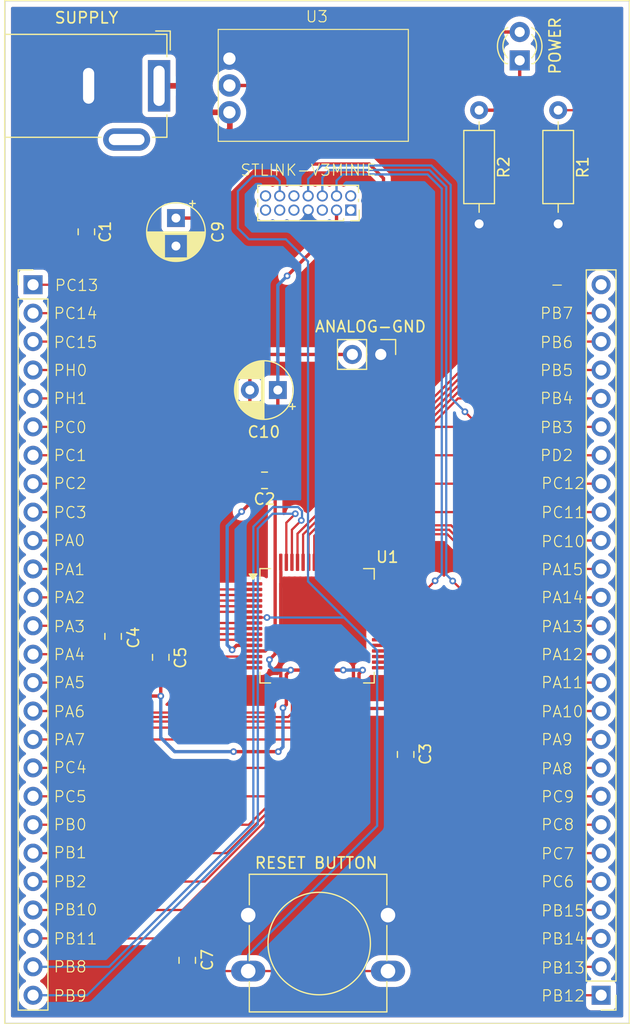
<source format=kicad_pcb>
(kicad_pcb (version 20241229) (generator "pcbnew") (generator_version "9.0")
  (title_block (title "STM32 Breakout Board") (date "2025-03-08") (rev "1") (company "Krzysztof Tomicki"))
  (layers (0 "F.Cu" signal) (2 "B.Cu" signal) (13 "F.Paste" user) (15 "B.Paste" user) (5 "F.SilkS" user "F.Silkscreen") (7 "B.SilkS" user "B.Silkscreen") (1 "F.Mask" user) (3 "B.Mask" user) (25 "Edge.Cuts" user))
  (net 0 "")
  (net 1 "PB6")
  (net 2 "PA7")
  (net 3 "PB10")
  (net 4 "PA13")
  (net 5 "PB12")
  (net 6 "PA4")
  (net 7 "GND")
  (net 8 "PC1")
  (net 9 "PC3")
  (net 11 "PC6")
  (net 12 "PC13")
  (net 13 "PB11")
  (net 14 "PC7")
  (net 15 "PA9")
  (net 16 "PC9")
  (net 17 "PB3")
  (net 18 "PB13")
  (net 19 "PB7")
  (net 20 "PB0")
  (net 21 "3V3")
  (net 22 "PA6")
  (net 24 "PB15")
  (net 25 "PB2")
  (net 26 "PA3")
  (net 27 "PH0")
  (net 28 "PA14")
  (net 29 "PB5")
  (net 30 "PC15")
  (net 31 "PA11")
  (net 32 "PA5")
  (net 33 "PB4")
  (net 34 "PA8")
  (net 35 "PC8")
  (net 36 "PC14")
  (net 37 "PH1")
  (net 38 "PB14")
  (net 39 "PA15")
  (net 40 "PA0")
  (net 41 "PA12")
  (net 42 "PD2")
  (net 43 "PC11")
  (net 44 "PA2")
  (net 45 "PB9")
  (net 47 "PC10")
  (net 48 "PC4")
  (net 49 "PA1")
  (net 50 "PC5")
  (net 51 "PB8")
  (net 52 "PA10")
  (net 53 "PB1")
  (net 54 "PC0")
  (net 55 "PC12")
  (net 56 "PC2")
  (net 57 "+5V")
  (net 58 "NRST")
  (net 60 "Net-(D1-K)")
  (net 61 "Net-(U1-BOOT0)")
  (net 62 "GND1")
  (footprint "Resistor_THT:R_Axial_DIN0207_L6.3mm_D2.5mm_P10.16mm_Horizontal" (layer "F.Cu") (at 123.16 60.6 -90)
    (property "Reference" "R1")
    (property "Value" "100k" (hide yes))
  )
  (footprint "Capacitor_SMD:C_0805_2012Metric" (layer "F.Cu") (at 87.62 109.5 90)
    (property "Reference" "C5")
    (property "Value" "100n" (hide yes))
  )
  (footprint "Capacitor_SMD:C_0805_2012Metric" (layer "F.Cu") (at 96.9 93.68 180)
    (property "Reference" "C2")
    (property "Value" "100n" (hide yes))
  )
  (footprint "Resistor_THT:R_Axial_DIN0207_L6.3mm_D2.5mm_P10.16mm_Horizontal" (layer "F.Cu") (at 116.09 60.6 -90)
    (property "Reference" "R2")
    (property "Value" "330" (hide yes))
  )
  (footprint "Connector_PinHeader_2.54mm:PinHeader_1x02_P2.54mm_Vertical" (layer "F.Cu") (at 107.295 82.43 -90)
    (property "Reference" "ANALOG-GND")
    (property "Value" "Jumper_2_Bridged" (hide yes))
  )
  (footprint "Converter_DCDC:LD1117V33 - tht" (layer "F.Cu") (at 94.76 53.38 -90)
    (property "Reference" "U3")
    (property "Value" "LD1117S33TR_SOT223" (hide yes))
  )
  (footprint "Connector_PinSocket_1.27mm:PinSocket_2x07_P1.27mm_Vertical" (layer "F.Cu") (at 104.61 69.53 -90)
    (property "Reference" "IDP-14pin-1.27-port1" (hide yes))
    (property "Value" "~" (hide yes))
  )
  (footprint "Capacitor_THT:CP_Radial_D5.0mm_P2.50mm" (layer "F.Cu") (at 98.090225 85.609999 180)
    (property "Reference" "C10")
    (property "Value" "10u" (hide yes))
  )
  (footprint "Package_QFP:LQFP-64_10x10mm_P0.5mm" (layer "F.Cu") (at 101.6 106.68)
    (property "Reference" "U1")
    (property "Value" "STM32L476RGTx" (hide yes))
  )
  (footprint "Button_Switch_THT:SW_PUSH-12mm" (layer "F.Cu") (at 95.44 132.54)
    (property "Reference" "RESET BUTTON")
    (property "Value" "SW_Push" (hide yes))
  )
  (footprint "Capacitor_SMD:C_0805_2012Metric" (layer "F.Cu") (at 80.97 71.47 -90)
    (property "Reference" "C1")
    (property "Value" "100n" (hide yes))
  )
  (footprint "Capacitor_SMD:C_0805_2012Metric" (layer "F.Cu") (at 109.52 118.18 -90)
    (property "Reference" "C3")
    (property "Value" "100n" (hide yes))
  )
  (footprint "LED_THT:LED_D3.0mm" (layer "F.Cu") (at 119.72 56.15 90)
    (property "Reference" "POWER")
    (property "Value" "SUPP_LED" (hide yes))
  )
  (footprint "Capacitor_THT:CP_Radial_D5.0mm_P2.50mm" (layer "F.Cu") (at 88.98 70.24 -90)
    (property "Reference" "C9")
    (property "Value" "10u" (hide yes))
  )
  (footprint "Connector_BarrelJack:BarrelJack_GCT_DCJ200-10-A_Horizontal" (layer "F.Cu") (at 87.47 58.42 -90)
    (property "Reference" "SUPPLY")
    (property "Value" "Barrel_Jack_Switch_Pin3Ring" (hide yes))
  )
  (footprint "Capacitor_SMD:C_0805_2012Metric" (layer "F.Cu") (at 89.99 136.58 90)
    (property "Reference" "C7")
    (property "Value" "100n" (hide yes))
  )
  (footprint "Connector_PinHeader_2.54mm:PinHeader_1x26_P2.54mm_Vertical" (layer "F.Cu") (at 76.2 76.2)
    (property "Reference" "J1" (hide yes))
    (property "Value" "Conn_01x26_Pin" (hide yes))
  )
  (footprint "Connector_PinHeader_2.54mm:PinHeader_1x26_P2.54mm_Vertical" (layer "F.Cu") (at 127 139.7 180)
    (property "Reference" "J2" (hide yes))
    (property "Value" "Conn_01x26_Pin" (hide yes))
  )
  (footprint "Capacitor_SMD:C_0805_2012Metric" (layer "F.Cu") (at 83.36 107.63 90)
    (property "Reference" "C4")
    (property "Value" "100n" (hide yes))
  )
  (gr_rect (start 73.66 50.8) (end 129.54 142.24) (stroke (width 0.1)) (fill no) (layer "F.SilkS"))
  (gr_rect (start 73.73 50.86) (end 129.48 142.18) (stroke (width 0.05)) (fill no) (layer "Edge.Cuts"))
  (gr_text "PB2" (at 77.98 130.14 0) (layer "F.SilkS") (effects (font (size 1 1) (thickness 0.1)) (justify left bottom)))
  (gr_text "PC5" (at 77.98 122.54 0) (layer "F.SilkS") (effects (font (size 1 1) (thickness 0.1)) (justify left bottom)))
  (gr_text "PA11" (at 121.58 112.34 0) (layer "F.SilkS") (effects (font (size 1 1) (thickness 0.1)) (justify left bottom)))
  (gr_text "PA13" (at 121.58 107.34 0) (layer "F.SilkS") (effects (font (size 1 1) (thickness 0.1)) (justify left bottom)))
  (gr_text "PC2\n" (at 77.98 94.54 0) (layer "F.SilkS") (effects (font (size 1 1) (thickness 0.1)) (justify left bottom)))
  (gr_text "PD2" (at 121.48 92.04 0) (layer "F.SilkS") (effects (font (size 1 1) (thickness 0.1)) (justify left bottom)))
  (gr_text "PB10" (at 77.98 132.64 0) (layer "F.SilkS") (effects (font (size 1 1) (thickness 0.1)) (justify left bottom)))
  (gr_text "PA3\n" (at 77.98 107.34 0) (layer "F.SilkS") (effects (font (size 1 1) (thickness 0.1)) (justify left bottom)))
  (gr_text "PC10" (at 121.58 99.74 0) (layer "F.SilkS") (effects (font (size 1 1) (thickness 0.1)) (justify left bottom)))
  (gr_text "PC0\n" (at 77.98 89.54 0) (layer "F.SilkS") (effects (font (size 1 1) (thickness 0.1)) (justify left bottom)))
  (gr_text "PC3" (at 77.98 97.14 0) (layer "F.SilkS") (effects (font (size 1 1) (thickness 0.1)) (justify left bottom)))
  (gr_text "PB9" (at 77.98 140.34 0) (layer "F.SilkS") (effects (font (size 1 1) (thickness 0.1)) (justify left bottom)))
  (gr_text "PC4" (at 77.98 119.94 0) (layer "F.SilkS") (effects (font (size 1 1) (thickness 0.1)) (justify left bottom)))
  (gr_text "PB1" (at 77.98 127.54 0) (layer "F.SilkS") (effects (font (size 1 1) (thickness 0.1)) (justify left bottom)))
  (gr_text "-" (at 122.38 76.74 0) (layer "F.SilkS") (effects (font (size 1 1) (thickness 0.1)) (justify left bottom)))
  (gr_text "PB0" (at 77.98 125.04 0) (layer "F.SilkS") (effects (font (size 1 1) (thickness 0.1)) (justify left bottom)))
  (gr_text "PA15" (at 121.58 102.24 0) (layer "F.SilkS") (effects (font (size 1 1) (thickness 0.1)) (justify left bottom)))
  (gr_text "PC6" (at 121.58 130.14 0) (layer "F.SilkS") (effects (font (size 1 1) (thickness 0.1)) (justify left bottom)))
  (gr_text "PC1" (at 77.98 92.04 0) (layer "F.SilkS") (effects (font (size 1 1) (thickness 0.1)) (justify left bottom)))
  (gr_text "PB15" (at 121.58 132.74 0) (layer "F.SilkS") (effects (font (size 1 1) (thickness 0.1)) (justify left bottom)))
  (gr_text "PA12" (at 121.58 109.84 0) (layer "F.SilkS") (effects (font (size 1 1) (thickness 0.1)) (justify left bottom)))
  (gr_text "PA0\n" (at 77.98 99.64 0) (layer "F.SilkS") (effects (font (size 1 1) (thickness 0.1)) (justify left bottom)))
  (gr_text "PB8" (at 77.98 137.74 0) (layer "F.SilkS") (effects (font (size 1 1) (thickness 0.1)) (justify left bottom)))
  (gr_text "PA14" (at 121.58 104.74 0) (layer "F.SilkS") (effects (font (size 1 1) (thickness 0.1)) (justify left bottom)))
  (gr_text "PH0" (at 77.98 84.44 0) (layer "F.SilkS") (effects (font (size 1 1) (thickness 0.1)) (justify left bottom)))
  (gr_text "PA8" (at 121.58 120.04 0) (layer "F.SilkS") (effects (font (size 1 1) (thickness 0.1)) (justify left bottom)))
  (gr_text "PB6" (at 121.48 81.94 0) (layer "F.SilkS") (effects (font (size 1 1) (thickness 0.1)) (justify left bottom)))
  (gr_text "PA9" (at 121.58 117.44 0) (layer "F.SilkS") (effects (font (size 1 1) (thickness 0.1)) (justify left bottom)))
  (gr_text "PC12" (at 121.58 94.54 0) (layer "F.SilkS") (effects (font (size 1 1) (thickness 0.1)) (justify left bottom)))
  (gr_text "PA4" (at 77.98 109.84 0) (layer "F.SilkS") (effects (font (size 1 1) (thickness 0.1)) (justify left bottom)))
  (gr_text "PA10" (at 121.58 114.94 0) (layer "F.SilkS") (effects (font (size 1 1) (thickness 0.1)) (justify left bottom)))
  (gr_text "PC8" (at 121.58 125.04 0) (layer "F.SilkS") (effects (font (size 1 1) (thickness 0.1)) (justify left bottom)))
  (gr_text "PC14" (at 77.98 79.34 0) (layer "F.SilkS") (effects (font (size 1 1) (thickness 0.1)) (justify left bottom)))
  (gr_text "PB12" (at 121.58 140.34 0) (layer "F.SilkS") (effects (font (size 1 1) (thickness 0.1)) (justify left bottom)))
  (gr_text "PA6\n" (at 77.98 114.94 0) (layer "F.SilkS") (effects (font (size 1 1) (thickness 0.1)) (justify left bottom)))
  (gr_text "PH1\n" (at 77.98 86.94 0) (layer "F.SilkS") (effects (font (size 1 1) (thickness 0.1)) (justify left bottom)))
  (gr_text "PC7" (at 121.58 127.64 0) (layer "F.SilkS") (effects (font (size 1 1) (thickness 0.1)) (justify left bottom)))
  (gr_text "PC13" (at 78.08 76.84 0) (layer "F.SilkS") (effects (font (size 1 1) (thickness 0.1)) (justify left bottom)))
  (gr_text "PB5" (at 121.48 84.44 0) (layer "F.SilkS") (effects (font (size 1 1) (thickness 0.1)) (justify left bottom)))
  (gr_text "PA5" (at 77.98 112.34 0) (layer "F.SilkS") (effects (font (size 1 1) (thickness 0.1)) (justify left bottom)))
  (gr_text "PB13" (at 121.58 137.84 0) (layer "F.SilkS") (effects (font (size 1 1) (thickness 0.1)) (justify left bottom)))
  (gr_text "PB14" (at 121.58 135.24 0) (layer "F.SilkS") (effects (font (size 1 1) (thickness 0.1)) (justify left bottom)))
  (gr_text "PB7" (at 121.48 79.34 0) (layer "F.SilkS") (effects (font (size 1 1) (thickness 0.1)) (justify left bottom)))
  (gr_text "PA7" (at 77.98 117.44 0) (layer "F.SilkS") (effects (font (size 1 1) (thickness 0.1)) (justify left bottom)))
  (gr_text "PC11" (at 121.58 97.14 0) (layer "F.SilkS") (effects (font (size 1 1) (thickness 0.1)) (justify left bottom)))
  (gr_text "PC9" (at 121.58 122.54 0) (layer "F.SilkS") (effects (font (size 1 1) (thickness 0.1)) (justify left bottom)))
  (gr_text "STLINK-V3MINIE" (at 94.68 66.54 0) (layer "F.SilkS") (effects (font (size 1 1) (thickness 0.1)) (justify left bottom)))
  (gr_text "PB11" (at 77.98 135.24 0) (layer "F.SilkS") (effects (font (size 1 1) (thickness 0.1)) (justify left bottom)))
  (gr_text "PC15\n" (at 77.98 81.94 0) (layer "F.SilkS") (effects (font (size 1 1) (thickness 0.1)) (justify left bottom)))
  (gr_text "PB3" (at 121.48 89.54 0) (layer "F.SilkS") (effects (font (size 1 1) (thickness 0.1)) (justify left bottom)))
  (gr_text "PB4" (at 121.48 86.94 0) (layer "F.SilkS") (effects (font (size 1 1) (thickness 0.1)) (justify left bottom)))
  (gr_text "PA1" (at 77.98 102.24 0) (layer "F.SilkS") (effects (font (size 1 1) (thickness 0.1)) (justify left bottom)))
  (gr_text "PA2\n" (at 77.98 104.74 0) (layer "F.SilkS") (effects (font (size 1 1) (thickness 0.1)) (justify left bottom)))
  (segment (start 100.84 98.588832) (end 118.148832 81.28) (width 0.2) (layer "F.Cu") (net 1))
  (segment (start 118.148832 81.28) (end 127 81.28) (width 0.2) (layer "F.Cu") (net 1))
  (segment (start 100.84 100.98) (end 100.84 98.588832) (width 0.2) (layer "F.Cu") (net 1))
  (segment (start 100.85 112.355) (end 100.85 115.67) (width 0.2) (layer "F.Cu") (net 2))
  (segment (start 99.68 116.84) (end 76.2 116.84) (width 0.2) (layer "F.Cu") (net 2))
  (segment (start 100.85 115.67) (end 99.68 116.84) (width 0.2) (layer "F.Cu") (net 2))
  (segment (start 89.574314 132.08) (end 76.2 132.08) (width 0.2) (layer "F.Cu") (net 3))
  (segment (start 103.85 117.804314) (end 89.574314 132.08) (width 0.2) (layer "F.Cu") (net 3))
  (segment (start 103.85 112.355) (end 103.85 117.804314) (width 0.2) (layer "F.Cu") (net 3))
  (segment (start 110.883909 103.93) (end 113.633908 106.68) (width 0.2) (layer "F.Cu") (net 4))
  (segment (start 112.156955 102.656955) (end 112.156954 102.656955) (width 0.2) (layer "F.Cu") (net 4))
  (segment (start 112.156954 102.656955) (end 110.883909 103.93) (width 0.2) (layer "F.Cu") (net 4))
  (segment (start 107.275 103.93) (end 110.883909 103.93) (width 0.2) (layer "F.Cu") (net 4))
  (segment (start 113.633908 106.68) (end 127 106.68) (width 0.2) (layer "F.Cu") (net 4))
  (via (at 112.156955 102.656955) (size 0.6) (drill 0.3) (layers "F.Cu" "B.Cu") (net 4))
  (segment (start 112.75 67.61) (end 111.48 66.34) (width 0.2) (layer "B.Cu") (net 4))
  (segment (start 103.9 66.34) (end 103.34 66.9) (width 0.2) (layer "B.Cu") (net 4))
  (segment (start 112.75 102.06391) (end 112.75 67.61) (width 0.2) (layer "B.Cu") (net 4))
  (segment (start 112.156955 102.656955) (end 112.75 102.06391) (width 0.2) (layer "B.Cu") (net 4))
  (segment (start 103.34 66.9) (end 103.34 68.26) (width 0.2) (layer "B.Cu") (net 4))
  (segment (start 111.48 66.34) (end 103.9 66.34) (width 0.2) (layer "B.Cu") (net 4))
  (segment (start 107.275 110.43) (end 110.03 110.43) (width 0.2) (layer "F.Cu") (net 5))
  (segment (start 112.47 112.87) (end 112.47 136.43) (width 0.2) (layer "F.Cu") (net 5))
  (segment (start 115.74 139.7) (end 127 139.7) (width 0.2) (layer "F.Cu") (net 5))
  (segment (start 112.47 136.43) (end 115.74 139.7) (width 0.2) (layer "F.Cu") (net 5))
  (segment (start 110.03 110.43) (end 112.47 112.87) (width 0.2) (layer "F.Cu") (net 5))
  (segment (start 99.35 114.498628) (end 99.011471 114.837157) (width 0.2) (layer "F.Cu") (net 6))
  (segment (start 99.35 112.355) (end 99.35 114.498628) (width 0.2) (layer "F.Cu") (net 6))
  (segment (start 99.011471 114.837157) (end 83.557157 114.837157) (width 0.2) (layer "F.Cu") (net 6))
  (segment (start 77.94 109.22) (end 76.2 109.22) (width 0.2) (layer "F.Cu") (net 6))
  (segment (start 83.557157 114.837157) (end 77.94 109.22) (width 0.2) (layer "F.Cu") (net 6))
  (segment (start 109.52 119.13) (end 106.938 119.13) (width 0.3) (layer "F.Cu") (net 7))
  (segment (start 103.95 103.43) (end 107.275 103.43) (width 0.3) (layer "F.Cu") (net 7))
  (segment (start 104.85 117.042) (end 104.85 112.355) (width 0.3) (layer "F.Cu") (net 7))
  (segment (start 104.85 112.355) (end 104.85 104.33) (width 0.3) (layer "F.Cu") (net 7))
  (segment (start 98.35 102.93) (end 98.36 102.92) (width 0.2) (layer "F.Cu") (net 7))
  (segment (start 98.36 102.92) (end 98.87 103.43) (width 0.3) (layer "F.Cu") (net 7))
  (segment (start 98.36 101.82241) (end 98.36 102.92) (width 0.3) (layer "F.Cu") (net 7))
  (segment (start 106.938 119.13) (end 104.85 117.042) (width 0.3) (layer "F.Cu") (net 7))
  (segment (start 98.35 101.005) (end 98.35 101.81241) (width 0.2) (layer "F.Cu") (net 7))
  (segment (start 98.35 101.81241) (end 98.36 101.82241) (width 0.2) (layer "F.Cu") (net 7))
  (segment (start 98.87 103.43) (end 103.95 103.43) (width 0.3) (layer "F.Cu") (net 7))
  (segment (start 104.85 104.33) (end 103.95 103.43) (width 0.3) (layer "F.Cu") (net 7))
  (segment (start 98.35 112.355) (end 98.35 102.93) (width 0.3) (layer "F.Cu") (net 7))
  (segment (start 87.5 100.21) (end 78.73 91.44) (width 0.2) (layer "F.Cu") (net 8))
  (segment (start 95.925 106.93) (end 92.225884 106.93) (width 0.2) (layer "F.Cu") (net 8))
  (segment (start 87.5 102.204114) (end 87.5 100.21) (width 0.2) (layer "F.Cu") (net 8))
  (segment (start 92.225884 106.93) (end 87.5 102.204114) (width 0.2) (layer "F.Cu") (net 8))
  (segment (start 78.73 91.44) (end 76.2 91.44) (width 0.2) (layer "F.Cu") (net 8))
  (segment (start 80.684512 96.52) (end 76.2 96.52) (width 0.2) (layer "F.Cu") (net 9))
  (segment (start 86.689996 102.525484) (end 80.684512 96.52) (width 0.2) (layer "F.Cu") (net 9))
  (segment (start 92.094512 107.93) (end 86.69 102.525484) (width 0.2) (layer "F.Cu") (net 9))
  (segment (start 86.69 102.525484) (end 86.689996 102.525484) (width 0.2) (layer "F.Cu") (net 9))
  (segment (start 95.925 107.93) (end 92.094512 107.93) (width 0.2) (layer "F.Cu") (net 9))
  (segment (start 114.07 125.75) (end 117.86 129.54) (width 0.2) (layer "F.Cu") (net 11))
  (segment (start 107.275 108.43) (end 110.292744 108.43) (width 0.2) (layer "F.Cu") (net 11))
  (segment (start 117.86 129.54) (end 127 129.54) (width 0.2) (layer "F.Cu") (net 11))
  (segment (start 114.07 112.20726) (end 114.07 125.75) (width 0.2) (layer "F.Cu") (net 11))
  (segment (start 110.292744 108.43) (end 114.07 112.20726) (width 0.2) (layer "F.Cu") (net 11))
  (segment (start 95.925 103.43) (end 92.12 103.43) (width 0.2) (layer "F.Cu") (net 12))
  (segment (start 92.12 103.43) (end 89.9 101.21) (width 0.2) (layer "F.Cu") (net 12))
  (segment (start 89.9 87.09) (end 79.01 76.2) (width 0.2) (layer "F.Cu") (net 12))
  (segment (start 79.01 76.2) (end 76.2 76.2) (width 0.2) (layer "F.Cu") (net 12))
  (segment (start 89.9 101.21) (end 89.9 87.09) (width 0.2) (layer "F.Cu") (net 12))
  (segment (start 104.35 112.355) (end 104.35 117.87) (width 0.2) (layer "F.Cu") (net 13))
  (segment (start 87.6 134.62) (end 76.2 134.62) (width 0.2) (layer "F.Cu") (net 13))
  (segment (start 104.35 117.87) (end 87.6 134.62) (width 0.2) (layer "F.Cu") (net 13))
  (segment (start 114.47 123.04) (end 118.43 127) (width 0.2) (layer "F.Cu") (net 14))
  (segment (start 114.47 112.041575) (end 114.47 123.04) (width 0.2) (layer "F.Cu") (net 14))
  (segment (start 110.35843 107.93) (end 114.47 112.041575) (width 0.2) (layer "F.Cu") (net 14))
  (segment (start 107.275 107.93) (end 110.35843 107.93) (width 0.2) (layer "F.Cu") (net 14))
  (segment (start 118.43 127) (end 127 127) (width 0.2) (layer "F.Cu") (net 14))
  (segment (start 119.79 116.84) (end 127 116.84) (width 0.2) (layer "F.Cu") (net 15))
  (segment (start 107.275 105.93) (end 110.621165 105.93) (width 0.2) (layer "F.Cu") (net 15))
  (segment (start 116.07 113.12) (end 119.79 116.84) (width 0.2) (layer "F.Cu") (net 15))
  (segment (start 110.621165 105.93) (end 116.07 111.378835) (width 0.2) (layer "F.Cu") (net 15))
  (segment (start 116.07 111.378835) (end 116.07 113.12) (width 0.2) (layer "F.Cu") (net 15))
  (segment (start 110.489802 106.93) (end 115.27 111.710205) (width 0.2) (layer "F.Cu") (net 16))
  (segment (start 119.26 121.92) (end 127 121.92) (width 0.2) (layer "F.Cu") (net 16))
  (segment (start 107.275 106.93) (end 110.489802 106.93) (width 0.2) (layer "F.Cu") (net 16))
  (segment (start 115.27 111.710205) (end 115.27 117.93) (width 0.2) (layer "F.Cu") (net 16))
  (segment (start 115.27 117.93) (end 119.26 121.92) (width 0.2) (layer "F.Cu") (net 16))
  (segment (start 112.225888 88.9) (end 116.13 88.9) (width 0.2) (layer "F.Cu") (net 17))
  (segment (start 102.35 101.005) (end 102.35 98.775888) (width 0.2) (layer "F.Cu") (net 17))
  (segment (start 102.35 98.775888) (end 112.225888 88.9) (width 0.2) (layer "F.Cu") (net 17))
  (segment (start 116.13 88.86) (end 116.13 88.9) (width 0.2) (layer "F.Cu") (net 17))
  (segment (start 116.13 88.9) (end 127 88.9) (width 0.2) (layer "F.Cu") (net 17))
  (segment (start 114.82 87.55) (end 116.13 88.86) (width 0.2) (layer "F.Cu") (net 17))
  (via (at 114.82 87.55) (size 0.6) (drill 0.3) (layers "F.Cu" "B.Cu") (net 17))
  (segment (start 111.811372 65.54) (end 102.01 65.54) (width 0.2) (layer "B.Cu") (net 17))
  (segment (start 113.55 67.27863) (end 111.811372 65.54) (width 0.2) (layer "B.Cu") (net 17))
  (segment (start 113.55 86.28) (end 113.55 67.27863) (width 0.2) (layer "B.Cu") (net 17))
  (segment (start 100.8 66.75) (end 100.8 68.26) (width 0.2) (layer "B.Cu") (net 17))
  (segment (start 102.01 65.54) (end 100.8 66.75) (width 0.2) (layer "B.Cu") (net 17))
  (segment (start 114.82 87.55) (end 113.55 86.28) (width 0.2) (layer "B.Cu") (net 17))
  (segment (start 110.105686 109.94) (end 112.87 112.704315) (width 0.2) (layer "F.Cu") (net 18))
  (segment (start 112.87 133.62) (end 116.41 137.16) (width 0.2) (layer "F.Cu") (net 18))
  (segment (start 116.41 137.16) (end 127 137.16) (width 0.2) (layer "F.Cu") (net 18))
  (segment (start 112.87 112.704315) (end 112.87 133.62) (width 0.2) (layer "F.Cu") (net 18))
  (segment (start 107.285 109.94) (end 110.105686 109.94) (width 0.2) (layer "F.Cu") (net 18))
  (segment (start 120.123147 78.74) (end 127 78.74) (width 0.2) (layer "F.Cu") (net 19))
  (segment (start 100.35 98.513147) (end 120.123147 78.74) (width 0.2) (layer "F.Cu") (net 19))
  (segment (start 100.35 101.005) (end 100.35 98.513147) (width 0.2) (layer "F.Cu") (net 19))
  (segment (start 95.497256 124.46) (end 76.2 124.46) (width 0.2) (layer "F.Cu") (net 20))
  (segment (start 102.35 112.355) (end 102.35 117.607256) (width 0.2) (layer "F.Cu") (net 20))
  (segment (start 102.35 117.607256) (end 95.497256 124.46) (width 0.2) (layer "F.Cu") (net 20))
  (segment (start 107.54 66.69) (end 107.54 70.93) (width 0.3) (layer "F.Cu") (net 21))
  (segment (start 86.44 112.96) (end 87.62 112.96) (width 0.3) (layer "F.Cu") (net 21))
  (segment (start 109.52 117.23) (end 109.52 114.78) (width 0.3) (layer "F.Cu") (net 21))
  (segment (start 108.81 114.07) (end 105.9 114.07) (width 0.3) (layer "F.Cu") (net 21))
  (segment (start 97.85 109.2) (end 97.85 108.04) (width 0.3) (layer "F.Cu") (net 21))
  (segment (start 83.36 108.58) (end 83.36 109.88) (width 0.3) (layer "F.Cu") (net 21))
  (segment (start 97.85 65.41) (end 106.26 65.41) (width 0.3) (layer "F.Cu") (net 21))
  (segment (start 98.92 75.41) (end 102.175 72.155) (width 0.3) (layer "F.Cu") (net 21))
  (segment (start 98.85 111.03) (end 98.85 112.355) (width 0.3) (layer "F.Cu") (net 21))
  (segment (start 106.26 65.41) (end 107.54 66.69) (width 0.3) (layer "F.Cu") (net 21))
  (segment (start 105.9 114.07) (end 105.35 113.52) (width 0.3) (layer "F.Cu") (net 21))
  (segment (start 90.62 70.24) (end 88.98 70.24) (width 0.3) (layer "F.Cu") (net 21))
  (segment (start 97.85 108.04) (end 96.96 108.93) (width 0.3) (layer "F.Cu") (net 21))
  (segment (start 99.24 110.64) (end 98.85 111.03) (width 0.3) (layer "F.Cu") (net 21))
  (segment (start 97.34 109.71) (end 97.85 109.2) (width 0.3) (layer "F.Cu") (net 21))
  (segment (start 102.175 72.155) (end 103.34 70.99) (width 0.3) (layer "F.Cu") (net 21))
  (segment (start 94.11 117.93) (end 94.13 117.93) (width 0.2) (layer "F.Cu") (net 21))
  (segment (start 103.94 110.64) (end 99.24 110.64) (width 0.3) (layer "F.Cu") (net 21))
  (segment (start 98.090225 90.099775) (end 97.83 90.36) (width 0.3) (layer "F.Cu") (net 21))
  (segment (start 98.85 113.72) (end 98.85 112.355) (width 0.3) (layer "F.Cu") (net 21))
  (segment (start 87.62 112.96) (end 87.62 110.45) (width 0.3) (layer "F.Cu") (net 21))
  (segment (start 98.55 114.02) (end 98.85 113.72) (width 0.3) (layer "F.Cu") (net 21))
  (segment (start 98.090225 85.609999) (end 98.090225 90.099775) (width 0.3) (layer "F.Cu") (net 21))
  (segment (start 96.96 108.93) (end 95.925 108.93) (width 0.3) (layer "F.Cu") (net 21))
  (segment (start 83.36 109.88) (end 86.44 112.96) (width 0.3) (layer "F.Cu") (net 21))
  (segment (start 105.35 113.52) (end 105.35 112.355) (width 0.3) (layer "F.Cu") (net 21))
  (segment (start 97.85 101.005) (end 97.85 93.68) (width 0.3) (layer "F.Cu") (net 21))
  (segment (start 97.83 90.36) (end 97.83 94.07) (width 0.3) (layer "F.Cu") (net 21))
  (segment (start 103.34 70.99) (end 103.34 69.53) (width 0.3) (layer "F.Cu") (net 21))
  (segment (start 96.65 63.34) (end 96.65 64.21) (width 0.3) (layer "F.Cu") (net 21))
  (segment (start 96.65 64.21) (end 97.85 65.41) (width 0.3) (layer "F.Cu") (net 21))
  (segment (start 105.35 110.96) (end 105.35 112.355) (width 0.3) (layer "F.Cu") (net 21))
  (segment (start 109.52 114.78) (end 108.81 114.07) (width 0.3) (layer "F.Cu") (net 21))
  (segment (start 100.38 53.61) (end 119.72 53.61) (width 0.3) (layer "F.Cu") (net 21))
  (segment (start 95.6 58.39) (end 100.38 53.61) (width 0.3) (layer "F.Cu") (net 21))
  (segment (start 97.85 101.005) (end 97.85 108.04) (width 0.3) (layer "F.Cu") (net 21))
  (segment (start 106.315 72.155) (end 102.175 72.155) (width 0.3) (layer "F.Cu") (net 21))
  (segment (start 96.65 64.21) (end 90.62 70.24) (width 0.3) (layer "F.Cu") (net 21))
  (segment (start 107.54 70.93) (end 106.315 72.155) (width 0.3) (layer "F.Cu") (net 21))
  (segment (start 105.67 110.64) (end 105.35 110.96) (width 0.3) (layer "F.Cu") (net 21))
  (segment (start 98.13 117.93) (end 94.11 117.93) (width 0.3) (layer "F.Cu") (net 21))
  (segment (start 96.65 57.41) (end 96.65 63.34) (width 0.3) (layer "F.Cu") (net 21))
  (segment (start 93.76 58.39) (end 95.6 58.39) (width 0.3) (layer "F.Cu") (net 21))
  (via (at 98.55 114.02) (size 0.6) (drill 0.3) (layers "F.Cu" "B.Cu") (net 21))
  (via (at 94.13 117.93) (size 0.6) (drill 0.3) (layers "F.Cu" "B.Cu") (net 21))
  (via (at 98.92 75.41) (size 0.6) (drill 0.3) (layers "F.Cu" "B.Cu") (net 21))
  (via (at 103.94 110.64) (size 0.6) (drill 0.3) (layers "F.Cu" "B.Cu") (net 21))
  (via (at 87.62 112.96) (size 0.6) (drill 0.3) (layers "F.Cu" "B.Cu") (net 21))
  (via (at 97.34 109.71) (size 0.6) (drill 0.3) (layers "F.Cu" "B.Cu") (net 21))
  (via (at 98.13 117.93) (size 0.6) (drill 0.3) (layers "F.Cu" "B.Cu") (net 21))
  (via (at 105.67 110.64) (size 0.6) (drill 0.3) (layers "F.Cu" "B.Cu") (net 21))
  (via (at 99.24 110.64) (size 0.6) (drill 0.3) (layers "F.Cu" "B.Cu") (net 21))
  (segment (start 87.62 116.68) (end 88.87 117.93) (width 0.3) (layer "B.Cu") (net 21))
  (segment (start 87.62 112.96) (end 87.62 116.68) (width 0.3) (layer "B.Cu") (net 21))
  (segment (start 98.13 117.93) (end 98.55 117.51) (width 0.3) (layer "B.Cu") (net 21))
  (segment (start 98.92 75.41) (end 98.090225 76.239775) (width 0.3) (layer "B.Cu") (net 21))
  (segment (start 97.34 109.71) (end 97.34 110.27) (width 0.3) (layer "B.Cu") (net 21))
  (segment (start 105.67 110.64) (end 103.94 110.64) (width 0.3) (layer "B.Cu") (net 21))
  (segment (start 97.71 110.64) (end 99.24 110.64) (width 0.3) (layer "B.Cu") (net 21))
  (segment (start 97.34 110.27) (end 97.71 110.64) (width 0.3) (layer "B.Cu") (net 21))
  (segment (start 98.090225 76.239775) (end 98.090225 85.609999) (width 0.3) (layer "B.Cu") (net 21))
  (segment (start 98.55 117.51) (end 98.55 114.02) (width 0.3) (layer "B.Cu") (net 21))
  (segment (start 88.87 117.93) (end 94.13 117.93) (width 0.3) (layer "B.Cu") (net 21))
  (segment (start 100.35 112.355) (end 100.35 114.77) (width 0.2) (layer "F.Cu") (net 22))
  (segment (start 100.35 114.77) (end 99.34 115.78) (width 0.2) (layer "F.Cu") (net 22))
  (segment (start 79.51 115.78) (end 78.03 114.3) (width 0.2) (layer "F.Cu") (net 22))
  (segment (start 99.34 115.78) (end 79.51 115.78) (width 0.2) (layer "F.Cu") (net 22))
  (segment (start 78.03 114.3) (end 76.2 114.3) (width 0.2) (layer "F.Cu") (net 22))
  (segment (start 113.67 128.27) (end 117.48 132.08) (width 0.2) (layer "F.Cu") (net 24))
  (segment (start 113.67 112.372945) (end 113.67 128.27) (width 0.2) (layer "F.Cu") (net 24))
  (segment (start 107.275 108.93) (end 110.227058 108.93) (width 0.2) (layer "F.Cu") (net 24))
  (segment (start 117.48 132.08) (end 127 132.08) (width 0.2) (layer "F.Cu") (net 24))
  (segment (start 110.227058 108.93) (end 113.67 112.372945) (width 0.2) (layer "F.Cu") (net 24))
  (segment (start 91.548628 129.54) (end 76.2 129.54) (width 0.2) (layer "F.Cu") (net 25))
  (segment (start 103.35 117.738628) (end 91.548628 129.54) (width 0.2) (layer "F.Cu") (net 25))
  (segment (start 103.35 112.355) (end 103.35 117.738628) (width 0.2) (layer "F.Cu") (net 25))
  (segment (start 97.85 113.91) (end 97.322843 114.437157) (width 0.2) (layer "F.Cu") (net 26))
  (segment (start 97.322843 114.437157) (end 85.697157 114.437157) (width 0.2) (layer "F.Cu") (net 26))
  (segment (start 77.94 106.68) (end 76.2 106.68) (width 0.2) (layer "F.Cu") (net 26))
  (segment (start 85.697157 114.437157) (end 77.94 106.68) (width 0.2) (layer "F.Cu") (net 26))
  (segment (start 97.85 112.355) (end 97.85 113.91) (width 0.2) (layer "F.Cu") (net 26))
  (segment (start 78.96 83.82) (end 76.2 83.82) (width 0.2) (layer "F.Cu") (net 27))
  (segment (start 95.925 104.93) (end 91.922942 104.93) (width 0.2) (layer "F.Cu") (net 27))
  (segment (start 88.7 101.707055) (end 88.7 93.56) (width 0.2) (layer "F.Cu") (net 27))
  (segment (start 91.922942 104.93) (end 88.7 101.707055) (width 0.2) (layer "F.Cu") (net 27))
  (segment (start 88.7 93.56) (end 78.96 83.82) (width 0.2) (layer "F.Cu") (net 27))
  (segment (start 118.89 104.14) (end 127 104.14) (width 0.2) (layer "F.Cu") (net 28))
  (segment (start 113.25 98.5) (end 118.89 104.14) (width 0.2) (layer "F.Cu") (net 28))
  (segment (start 113.725 102.675) (end 115.19 104.14) (width 0.2) (layer "F.Cu") (net 28))
  (segment (start 105.35 101.005) (end 105.35 99.17) (width 0.2) (layer "F.Cu") (net 28))
  (segment (start 106.02 98.5) (end 113.25 98.5) (width 0.2) (layer "F.Cu") (net 28))
  (segment (start 115.19 104.14) (end 118.89 104.14) (width 0.2) (layer "F.Cu") (net 28))
  (segment (start 105.35 99.17) (end 106.02 98.5) (width 0.2) (layer "F.Cu") (net 28))
  (via (at 113.725 102.675) (size 0.6) (drill 0.3) (layers "F.Cu" "B.Cu") (net 28))
  (segment (start 113.15 102.1) (end 113.15 67.444315) (width 0.2) (layer "B.Cu") (net 28))
  (segment (start 111.645686 65.94) (end 102.74 65.94) (width 0.2) (layer "B.Cu") (net 28))
  (segment (start 113.15 102.1) (end 113.725 102.675) (width 0.2) (layer "B.Cu") (net 28))
  (segment (start 113.15 67.444315) (end 111.645686 65.94) (width 0.2) (layer "B.Cu") (net 28))
  (segment (start 102.07 66.61) (end 102.07 68.26) (width 0.2) (layer "B.Cu") (net 28))
  (segment (start 102.74 65.94) (end 102.07 66.61) (width 0.2) (layer "B.Cu") (net 28))
  (segment (start 101.35 98.644518) (end 116.174518 83.82) (width 0.2) (layer "F.Cu") (net 29))
  (segment (start 101.35 101.005) (end 101.35 98.644518) (width 0.2) (layer "F.Cu") (net 29))
  (segment (start 116.174518 83.82) (end 127 83.82) (width 0.2) (layer "F.Cu") (net 29))
  (segment (start 89.1 101.54137) (end 89.1 91.41) (width 0.2) (layer "F.Cu") (net 30))
  (segment (start 95.925 104.43) (end 91.988628 104.43) (width 0.2) (layer "F.Cu") (net 30))
  (segment (start 78.97 81.28) (end 76.2 81.28) (width 0.2) (layer "F.Cu") (net 30))
  (segment (start 89.1 91.41) (end 78.97 81.28) (width 0.2) (layer "F.Cu") (net 30))
  (segment (start 91.988628 104.43) (end 89.1 101.54137) (width 0.2) (layer "F.Cu") (net 30))
  (segment (start 107.275 104.93) (end 110.752537 104.93) (width 0.2) (layer "F.Cu") (net 31))
  (segment (start 110.752537 104.93) (end 117.582537 111.76) (width 0.2) (layer "F.Cu") (net 31))
  (segment (start 117.582537 111.76) (end 127 111.76) (width 0.2) (layer "F.Cu") (net 31))
  (segment (start 81.477157 115.237157) (end 78 111.76) (width 0.2) (layer "F.Cu") (net 32))
  (segment (start 99.85 114.704314) (end 99.317157 115.237157) (width 0.2) (layer "F.Cu") (net 32))
  (segment (start 99.317157 115.237157) (end 81.477157 115.237157) (width 0.2) (layer "F.Cu") (net 32))
  (segment (start 78 111.76) (end 76.2 111.76) (width 0.2) (layer "F.Cu") (net 32))
  (segment (start 99.85 112.355) (end 99.85 114.704314) (width 0.2) (layer "F.Cu") (net 32))
  (segment (start 101.85 101.005) (end 101.85 98.710203) (width 0.2) (layer "F.Cu") (net 33))
  (segment (start 114.200203 86.36) (end 127 86.36) (width 0.2) (layer "F.Cu") (net 33))
  (segment (start 101.85 98.710203) (end 114.200203 86.36) (width 0.2) (layer "F.Cu") (net 33))
  (segment (start 115.67 115.49) (end 119.56 119.38) (width 0.2) (layer "F.Cu") (net 34))
  (segment (start 107.275 106.43) (end 110.555488 106.43) (width 0.2) (layer "F.Cu") (net 34))
  (segment (start 115.67 111.54452) (end 115.67 115.49) (width 0.2) (layer "F.Cu") (net 34))
  (segment (start 119.56 119.38) (end 127 119.38) (width 0.2) (layer "F.Cu") (net 34))
  (segment (start 110.555488 106.43) (end 115.67 111.54452) (width 0.2) (layer "F.Cu") (net 34))
  (segment (start 114.87 111.87589) (end 114.87 120.44) (width 0.2) (layer "F.Cu") (net 35))
  (segment (start 118.89 124.46) (end 127 124.46) (width 0.2) (layer "F.Cu") (net 35))
  (segment (start 107.275 107.43) (end 110.424116 107.43) (width 0.2) (layer "F.Cu") (net 35))
  (segment (start 114.87 120.44) (end 118.89 124.46) (width 0.2) (layer "F.Cu") (net 35))
  (segment (start 110.424116 107.43) (end 114.87 111.87589) (width 0.2) (layer "F.Cu") (net 35))
  (segment (start 79.01 78.74) (end 76.2 78.74) (width 0.2) (layer "F.Cu") (net 36))
  (segment (start 95.925 103.93) (end 92.054314 103.93) (width 0.2) (layer "F.Cu") (net 36))
  (segment (start 89.5 89.23) (end 79.01 78.74) (width 0.2) (layer "F.Cu") (net 36))
  (segment (start 89.5 101.375685) (end 89.5 89.23) (width 0.2) (layer "F.Cu") (net 36))
  (segment (start 92.054314 103.93) (end 89.5 101.375685) (width 0.2) (layer "F.Cu") (net 36))
  (segment (start 88.3 101.872744) (end 88.3 95.74) (width 0.2) (layer "F.Cu") (net 37))
  (segment (start 95.925 105.43) (end 91.857256 105.43) (width 0.2) (layer "F.Cu") (net 37))
  (segment (start 78.92 86.36) (end 76.2 86.36) (width 0.2) (layer "F.Cu") (net 37))
  (segment (start 91.857256 105.43) (end 88.3 101.872744) (width 0.2) (layer "F.Cu") (net 37))
  (segment (start 88.3 95.74) (end 78.92 86.36) (width 0.2) (layer "F.Cu") (net 37))
  (segment (start 117.29 134.62) (end 127 134.62) (width 0.2) (layer "F.Cu") (net 38))
  (segment (start 113.27 112.53863) (end 113.27 130.6) (width 0.2) (layer "F.Cu") (net 38))
  (segment (start 110.161372 109.43) (end 113.27 112.53863) (width 0.2) (layer "F.Cu") (net 38))
  (segment (start 107.275 109.43) (end 110.161372 109.43) (width 0.2) (layer "F.Cu") (net 38))
  (segment (start 113.27 130.6) (end 117.29 134.62) (width 0.2) (layer "F.Cu") (net 38))
  (segment (start 105.854315 98.1) (end 113.415686 98.1) (width 0.2) (layer "F.Cu") (net 39))
  (segment (start 104.85 101.005) (end 104.85 99.104314) (width 0.2) (layer "F.Cu") (net 39))
  (segment (start 104.85 99.104314) (end 105.854315 98.1) (width 0.2) (layer "F.Cu") (net 39))
  (segment (start 116.915686 101.6) (end 127 101.6) (width 0.2) (layer "F.Cu") (net 39))
  (segment (start 113.415686 98.1) (end 116.915686 101.6) (width 0.2) (layer "F.Cu") (net 39))
  (segment (start 93.028826 109.43) (end 82.658826 99.06) (width 0.2) (layer "F.Cu") (net 40))
  (segment (start 82.658826 99.06) (end 76.2 99.06) (width 0.2) (layer "F.Cu") (net 40))
  (segment (start 95.925 109.43) (end 93.028826 109.43) (width 0.2) (layer "F.Cu") (net 40))
  (segment (start 115.608222 109.22) (end 127 109.22) (width 0.2) (layer "F.Cu") (net 41))
  (segment (start 110.818223 104.43) (end 115.608222 109.22) (width 0.2) (layer "F.Cu") (net 41))
  (segment (start 107.275 104.43) (end 110.818223 104.43) (width 0.2) (layer "F.Cu") (net 41))
  (segment (start 102.85 98.841573) (end 110.251573 91.44) (width 0.2) (layer "F.Cu") (net 42))
  (segment (start 102.85 101.005) (end 102.85 98.841573) (width 0.2) (layer "F.Cu") (net 42))
  (segment (start 110.251573 91.44) (end 127 91.44) (width 0.2) (layer "F.Cu") (net 42))
  (segment (start 106.302944 96.52) (end 127 96.52) (width 0.2) (layer "F.Cu") (net 43))
  (segment (start 103.85 101.005) (end 103.85 98.972944) (width 0.2) (layer "F.Cu") (net 43))
  (segment (start 103.85 98.972944) (end 106.302944 96.52) (width 0.2) (layer "F.Cu") (net 43))
  (segment (start 95.925 110.43) (end 92.897454 110.43) (width 0.2) (layer "F.Cu") (net 44))
  (segment (start 92.897454 110.43) (end 86.607454 104.14) (width 0.2) (layer "F.Cu") (net 44))
  (segment (start 86.607454 104.14) (end 76.2 104.14) (width 0.2) (layer "F.Cu") (net 44))
  (segment (start 98.85 97.468973) (end 98.85 101.005) (width 0.2) (layer "F.Cu") (net 45))
  (segment (start 99.652773 96.6662) (end 98.85 97.468973) (width 0.2) (layer "F.Cu") (net 45))
  (via (at 99.652773 96.6662) (size 0.6) (drill 0.3) (layers "F.Cu" "B.Cu") (net 45))
  (segment (start 96.3 124.43) (end 81.03 139.7) (width 0.2) (layer "B.Cu") (net 45))
  (segment (start 97.6238 96.6662) (end 96.3 97.99) (width 0.2) (layer "B.Cu") (net 45))
  (segment (start 81.03 139.7) (end 76.2 139.7) (width 0.2) (layer "B.Cu") (net 45))
  (segment (start 99.652773 96.6662) (end 97.6238 96.6662) (width 0.2) (layer "B.Cu") (net 45))
  (segment (start 96.3 97.99) (end 96.3 124.43) (width 0.2) (layer "B.Cu") (net 45))
  (segment (start 104.35 101.005) (end 104.35 99.038629) (width 0.2) (layer "F.Cu") (net 47))
  (segment (start 104.35 99.038629) (end 105.68863 97.7) (width 0.2) (layer "F.Cu") (net 47))
  (segment (start 113.581372 97.7) (end 114.941372 99.06) (width 0.2) (layer "F.Cu") (net 47))
  (segment (start 105.68863 97.7) (end 113.581372 97.7) (width 0.2) (layer "F.Cu") (net 47))
  (segment (start 114.941372 99.06) (end 127 99.06) (width 0.2) (layer "F.Cu") (net 47))
  (segment (start 101.35 117.475884) (end 99.445884 119.38) (width 0.2) (layer "F.Cu") (net 48))
  (segment (start 101.35 112.355) (end 101.35 117.475884) (width 0.2) (layer "F.Cu") (net 48))
  (segment (start 99.445884 119.38) (end 76.2 119.38) (width 0.2) (layer "F.Cu") (net 48))
  (segment (start 92.96314 109.93) (end 84.633141 101.6) (width 0.2) (layer "F.Cu") (net 49))
  (segment (start 84.633141 101.6) (end 76.2 101.6) (width 0.2) (layer "F.Cu") (net 49))
  (segment (start 95.925 109.93) (end 92.96314 109.93) (width 0.2) (layer "F.Cu") (net 49))
  (segment (start 97.47157 121.92) (end 76.2 121.92) (width 0.2) (layer "F.Cu") (net 50))
  (segment (start 101.85 112.355) (end 101.85 117.54157) (width 0.2) (layer "F.Cu") (net 50))
  (segment (start 101.85 117.54157) (end 97.47157 121.92) (width 0.2) (layer "F.Cu") (net 50))
  (segment (start 99.35 98.098932) (end 99.35 101.005) (width 0.2) (layer "F.Cu") (net 51))
  (segment (start 100.189466 97.259466) (end 99.35 98.098932) (width 0.2) (layer "F.Cu") (net 51))
  (via (at 100.189466 97.259466) (size 0.6) (drill 0.3) (layers "F.Cu" "B.Cu") (net 51))
  (segment (start 95.9 97.824315) (end 95.9 124.264314) (width 0.2) (layer "B.Cu") (net 51))
  (segment (start 99.901302 96.0662) (end 97.658115 96.0662) (width 0.2) (layer "B.Cu") (net 51))
  (segment (start 100.252773 96.417671) (end 99.901302 96.0662) (width 0.2) (layer "B.Cu") (net 51))
  (segment (start 100.252773 97.196159) (end 100.252773 96.417671) (width 0.2) (layer "B.Cu") (net 51))
  (segment (start 95.9 124.264314) (end 83.004314 137.16) (width 0.2) (layer "B.Cu") (net 51))
  (segment (start 100.189466 97.259466) (end 100.252773 97.196159) (width 0.2) (layer "B.Cu") (net 51))
  (segment (start 83.004314 137.16) (end 76.2 137.16) (width 0.2) (layer "B.Cu") (net 51))
  (segment (start 97.658115 96.0662) (end 95.9 97.824315) (width 0.2) (layer "B.Cu") (net 51))
  (segment (start 110.686851 105.43) (end 119.556851 114.3) (width 0.2) (layer "F.Cu") (net 52))
  (segment (start 119.556851 114.3) (end 127 114.3) (width 0.2) (layer "F.Cu") (net 52))
  (segment (start 107.275 105.43) (end 110.686851 105.43) (width 0.2) (layer "F.Cu") (net 52))
  (segment (start 93.522942 127) (end 76.2 127) (width 0.2) (layer "F.Cu") (net 53))
  (segment (start 102.85 117.672942) (end 93.522942 127) (width 0.2) (layer "F.Cu") (net 53))
  (segment (start 102.85 112.355) (end 102.85 117.672942) (width 0.2) (layer "F.Cu") (net 53))
  (segment (start 87.9 98.02) (end 78.78 88.9) (width 0.2) (layer "F.Cu") (net 54))
  (segment (start 87.9 102.038429) (end 87.9 98.02) (width 0.2) (layer "F.Cu") (net 54))
  (segment (start 95.925 106.43) (end 92.29157 106.43) (width 0.2) (layer "F.Cu") (net 54))
  (segment (start 92.29157 106.43) (end 87.9 102.038429) (width 0.2) (layer "F.Cu") (net 54))
  (segment (start 78.78 88.9) (end 76.2 88.9) (width 0.2) (layer "F.Cu") (net 54))
  (segment (start 103.35 101.005) (end 103.35 99.93) (width 0.2) (layer "F.Cu") (net 55))
  (segment (start 103.35 99.93) (end 103.45 99.83) (width 0.2) (layer "F.Cu") (net 55))
  (segment (start 103.45 99.83) (end 103.45 98.807258) (width 0.2) (layer "F.Cu") (net 55))
  (segment (start 108.277258 93.98) (end 127 93.98) (width 0.2) (layer "F.Cu") (net 55))
  (segment (start 103.45 98.807258) (end 108.277258 93.98) (width 0.2) (layer "F.Cu") (net 55))
  (segment (start 78.710198 93.98) (end 76.2 93.98) (width 0.2) (layer "F.Cu") (net 56))
  (segment (start 95.925 107.43) (end 92.160198 107.43) (width 0.2) (layer "F.Cu") (net 56))
  (segment (start 92.160198 107.43) (end 86.855686 102.125484) (width 0.2) (layer "F.Cu") (net 56))
  (segment (start 86.855682 102.125484) (end 78.710198 93.98) (width 0.2) (layer "F.Cu") (net 56))
  (segment (start 86.855686 102.125484) (end 86.855682 102.125484) (width 0.2) (layer "F.Cu") (net 56))
  (segment (start 91.79 60.79) (end 93.76 60.79) (width 0.5) (layer "F.Cu") (net 57))
  (segment (start 89.42 58.42) (end 91.79 60.79) (width 0.5) (layer "F.Cu") (net 57))
  (segment (start 93.8 62.283) (end 85.563 70.52) (width 0.5) (layer "F.Cu") (net 57))
  (segment (start 87.47 58.42) (end 89.42 58.42) (width 0.5) (layer "F.Cu") (net 57))
  (segment (start 85.563 70.52) (end 80.97 70.52) (width 0.5) (layer "F.Cu") (net 57))
  (segment (start 93.8 60.63) (end 93.8 62.283) (width 0.5) (layer "F.Cu") (net 57))
  (segment (start 90 137.54) (end 89.99 137.53) (width 0.2) (layer "F.Cu") (net 58))
  (segment (start 95.44 137.54) (end 90 137.54) (width 0.2) (layer "F.Cu") (net 58))
  (segment (start 107.94 137.54) (end 95.44 137.54) (width 0.2) (layer "F.Cu") (net 58))
  (segment (start 97.12 105.94) (end 95.935 105.94) (width 0.2) (layer "F.Cu") (net 58))
  (via (at 97.12 105.94) (size 0.6) (drill 0.3) (layers "F.Cu" "B.Cu") (net 58))
  (segment (start 95.44 137.54) (end 95.44 136.09) (width 0.2) (layer "B.Cu") (net 58))
  (segment (start 98.26 68.26) (end 98.26 66.95) (width 0.2) (layer "B.Cu") (net 58))
  (segment (start 97.8 66.49) (end 95.86 66.49) (width 0.2) (layer "B.Cu") (net 58))
  (segment (start 94.52 67.83) (end 94.52 71.152) (width 0.2) (layer "B.Cu") (net 58))
  (segment (start 95.504 72.136) (end 98.806 72.136) (width 0.2) (layer "B.Cu") (net 58))
  (segment (start 106.97 108.89) (end 104.069 105.989) (width 0.2) (layer "B.Cu") (net 58))
  (segment (start 100.789466 74.119466) (end 100.789466 102.709466) (width 0.2) (layer "B.Cu") (net 58))
  (segment (start 98.26 66.95) (end 97.8 66.49) (width 0.2) (layer "B.Cu") (net 58))
  (segment (start 97.12 105.94) (end 104.02 105.94) (width 0.2) (layer "B.Cu") (net 58))
  (segment (start 104.02 105.94) (end 104.069 105.989) (width 0.2) (layer "B.Cu") (net 58))
  (segment (start 106.97 124.56) (end 106.97 108.89) (width 0.2) (layer "B.Cu") (net 58))
  (segment (start 94.52 71.152) (end 95.504 72.136) (width 0.2) (layer "B.Cu") (net 58))
  (segment (start 95.86 66.49) (end 94.52 67.83) (width 0.2) (layer "B.Cu") (net 58))
  (segment (start 98.806 72.136) (end 100.789466 74.119466) (width 0.2) (layer "B.Cu") (net 58))
  (segment (start 95.44 136.09) (end 106.97 124.56) (width 0.2) (layer "B.Cu") (net 58))
  (segment (start 100.789466 102.709466) (end 104.069 105.989) (width 0.2) (layer "B.Cu") (net 58))
  (segment (start 119.72 59.25) (end 119.72 56.15) (width 0.3) (layer "F.Cu") (net 60))
  (segment (start 118.37 60.6) (end 119.72 59.25) (width 0.3) (layer "F.Cu") (net 60))
  (segment (start 116.09 60.6) (end 118.37 60.6) (width 0.3) (layer "F.Cu") (net 60))
  (segment (start 123.16 60.6) (end 125.37 60.6) (width 0.2) (layer "F.Cu") (net 61))
  (segment (start 126.3 61.53) (end 126.3 71.997461) (width 0.2) (layer "F.Cu") (net 61))
  (segment (start 126.3 71.997461) (end 99.85 98.447461) (width 0.2) (layer "F.Cu") (net 61))
  (segment (start 99.85 98.447461) (end 99.85 101.005) (width 0.2) (layer "F.Cu") (net 61))
  (segment (start 125.37 60.6) (end 126.3 61.53) (width 0.2) (layer "F.Cu") (net 61))
  (segment (start 95.95 90.33) (end 95.590225 89.970225) (width 0.3) (layer "F.Cu") (net 62))
  (segment (start 95.590225 89.970225) (end 95.590225 85.609999) (width 0.3) (layer "F.Cu") (net 62))
  (segment (start 95.95 93.68) (end 95.95 90.33) (width 0.3) (layer "F.Cu") (net 62))
  (segment (start 95.590225 85.609999) (end 95.590225 83.959775) (width 0.3) (layer "F.Cu") (net 62))
  (segment (start 94 108.83) (end 94.4 108.43) (width 0.3) (layer "F.Cu") (net 62))
  (segment (start 97.12 82.43) (end 104.755 82.43) (width 0.3) (layer "F.Cu") (net 62))
  (segment (start 95.590225 83.959775) (end 97.12 82.43) (width 0.3) (layer "F.Cu") (net 62))
  (segment (start 95.95 95.38) (end 95.95 93.68) (width 0.3) (layer "F.Cu") (net 62))
  (segment (start 94.4 108.43) (end 95.925 108.43) (width 0.3) (layer "F.Cu") (net 62))
  (segment (start 94.855 96.475) (end 95.95 95.38) (width 0.3) (layer "F.Cu") (net 62))
  (via (at 94 108.83) (size 0.6) (drill 0.3) (layers "F.Cu" "B.Cu") (net 62))
  (via (at 94.855 96.475) (size 0.6) (drill 0.3) (layers "F.Cu" "B.Cu") (net 62))
  (segment (start 93.56 108.39) (end 94 108.83) (width 0.3) (layer "B.Cu") (net 62))
  (segment (start 93.56 97.77) (end 93.56 108.39) (width 0.3) (layer "B.Cu") (net 62))
  (segment (start 94.855 96.475) (end 93.56 97.77) (width 0.3) (layer "B.Cu") (net 62))
  (zone (net 7) (net_name "GND") (layers "F.Cu" "B.Cu") (priority 1) (connect_pads yes (clearance 0.5)) (min_thickness 0.25) (fill yes (thermal_gap 0.5) (thermal_bridge_width 0.5))
    (polygon (pts (xy 73.61 142.29) (xy 129.6 142.29) (xy 129.59 50.75) (xy 73.62 50.75)))
  )
)
</source>
